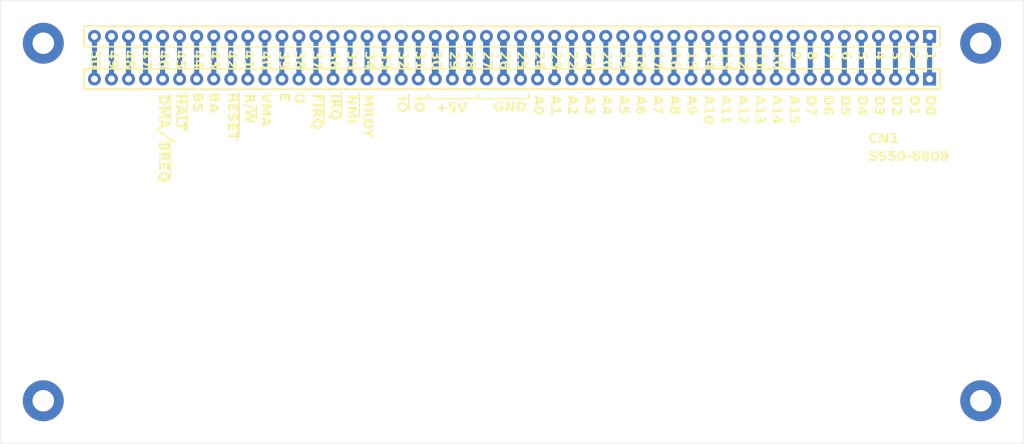
<source format=kicad_pcb>
(kicad_pcb (version 20240108) (generator "pcbnew") (generator_version "8.0")
  (layers (0 "F.Cu" signal "Top Layer") (31 "B.Cu" signal "Bottom Layer") (34 "B.Paste" user "Bottom Paste") (35 "F.Paste" user "Top Paste") (36 "B.SilkS" user "Bottom Overlay") (37 "F.SilkS" user "Top Overlay") (38 "B.Mask" user "Bottom Solder") (39 "F.Mask" user "Top Solder") (44 "Edge.Cuts" user))
  (net 0 "")
  (net 1 "+5V")
  (net 2 "A0")
  (net 3 "A1")
  (net 4 "A5")
  (net 5 "D0")
  (net 6 "D1")
  (net 7 "D2")
  (net 8 "D3")
  (net 9 "D4")
  (net 10 "D5")
  (net 11 "D6")
  (net 12 "D7")
  (net 13 "ECLK")
  (net 14 "GND")
  (net 15 "nIO")
  (net 16 "nIRQ")
  (net 17 "nRESET")
  (net 18 "R/nW")
  (net 19 "A2")
  (net 20 "A3")
  (net 21 "A4")
  (net 22 "A6")
  (net 23 "A7")
  (net 24 "nNMI")
  (footprint "" (layer "F.Cu") (at 78.6511 78.3336)
    (property "Reference" "" (at 0 0 0) (layer "F.SilkS") (effects (font (size 1.27 1.27))))
    (property "Value" "")
    (pad "1" thru_hole circle (at 0 0 180) (size 6.096 6.096) (drill 3.2) (layers "*.Cu" "*.Mask"))
  )
  (footprint "MP-IO_02.PcbLib:SIL50DUAL" (layer "F.Cu") (at 210.7311 77.3176 -90)
    (property "Reference" "CN1" (at 16.129 9.144 0) (layer "F.SilkS") (effects (font (size 1.44018 1.44018) (thickness 0.254) (bold yes)) (justify left bottom)))
    (property "Value" "SS50-6800" (hide yes))
    (fp_line (start -1.524 125.984) (end -1.524 -1.524) (stroke (width 0.254)) (layer "F.SilkS"))
    (fp_line (start 1.524 125.984) (end -1.524 125.984) (stroke (width 0.254)) (layer "F.SilkS"))
    (fp_line (start 1.524 125.984) (end 1.524 -1.524) (stroke (width 0.254)) (layer "F.SilkS"))
    (fp_line (start 4.826 125.984) (end 4.826 -1.524) (stroke (width 0.254)) (layer "F.SilkS"))
    (fp_line (start 7.874 125.984) (end 4.826 125.984) (stroke (width 0.254)) (layer "F.SilkS"))
    (fp_line (start 7.874 125.984) (end 7.874 -1.524) (stroke (width 0.254)) (layer "F.SilkS"))
    (fp_line (start 1.524 -1.524) (end -1.524 -1.524) (stroke (width 0.254)) (layer "F.SilkS"))
    (fp_line (start 7.874 -1.524) (end 4.826 -1.524) (stroke (width 0.254)) (layer "F.SilkS"))
    (pad "1" thru_hole rect (at 0 0 270) (size 1.9304 1.9304) (drill 1) (layers "*.Cu" "*.Mask") (net 5 "D0"))
    (pad "1" thru_hole rect (at 6.35 0 270) (size 1.9304 1.9304) (drill 1) (layers "*.Cu" "*.Mask") (net 5 "D0"))
    (pad "2" thru_hole circle (at 0 2.54 270) (size 1.9304 1.9304) (drill 1) (layers "*.Cu" "*.Mask") (net 6 "D1"))
    (pad "2" thru_hole circle (at 6.35 2.54 270) (size 1.9304 1.9304) (drill 1) (layers "*.Cu" "*.Mask") (net 6 "D1"))
    (pad "3" thru_hole circle (at 0 5.08 270) (size 1.9304 1.9304) (drill 1) (layers "*.Cu" "*.Mask") (net 7 "D2"))
    (pad "3" thru_hole circle (at 6.35 5.08 270) (size 1.9304 1.9304) (drill 1) (layers "*.Cu" "*.Mask") (net 7 "D2"))
    (pad "4" thru_hole circle (at 0 7.62 270) (size 1.9304 1.9304) (drill 1) (layers "*.Cu" "*.Mask") (net 8 "D3"))
    (pad "4" thru_hole circle (at 6.35 7.62 270) (size 1.9304 1.9304) (drill 1) (layers "*.Cu" "*.Mask") (net 8 "D3"))
    (pad "5" thru_hole circle (at 0 10.16 270) (size 1.9304 1.9304) (drill 1) (layers "*.Cu" "*.Mask") (net 9 "D4"))
    (pad "5" thru_hole circle (at 6.35 10.16 270) (size 1.9304 1.9304) (drill 1) (layers "*.Cu" "*.Mask") (net 9 "D4"))
    (pad "6" thru_hole circle (at 0 12.7 270) (size 1.9304 1.9304) (drill 1) (layers "*.Cu" "*.Mask") (net 10 "D5"))
    (pad "6" thru_hole circle (at 6.35 12.7 270) (size 1.9304 1.9304) (drill 1) (layers "*.Cu" "*.Mask") (net 10 "D5"))
    (pad "7" thru_hole circle (at 0 15.24 270) (size 1.9304 1.9304) (drill 1) (layers "*.Cu" "*.Mask") (net 11 "D6"))
    (pad "7" thru_hole circle (at 6.35 15.24 270) (size 1.9304 1.9304) (drill 1) (layers "*.Cu" "*.Mask") (net 11 "D6"))
    (pad "8" thru_hole circle (at 0 17.78 270) (size 1.9304 1.9304) (drill 1) (layers "*.Cu" "*.Mask") (net 12 "D7"))
    (pad "8" thru_hole circle (at 6.35 17.78 270) (size 1.9304 1.9304) (drill 1) (layers "*.Cu" "*.Mask") (net 12 "D7"))
    (pad "9" thru_hole circle (at 0 20.32 270) (size 1.9304 1.9304) (drill 1) (layers "*.Cu" "*.Mask"))
    (pad "9" thru_hole circle (at 6.35 20.32 270) (size 1.9304 1.9304) (drill 1) (layers "*.Cu" "*.Mask"))
    (pad "10" thru_hole circle (at 0 22.86 270) (size 1.9304 1.9304) (drill 1) (layers "*.Cu" "*.Mask"))
    (pad "10" thru_hole circle (at 6.35 22.86 270) (size 1.9304 1.9304) (drill 1) (layers "*.Cu" "*.Mask"))
    (pad "11" thru_hole circle (at 0 25.4 270) (size 1.9304 1.9304) (drill 1) (layers "*.Cu" "*.Mask"))
    (pad "11" thru_hole circle (at 6.35 25.4 270) (size 1.9304 1.9304) (drill 1) (layers "*.Cu" "*.Mask"))
    (pad "12" thru_hole circle (at 0 27.94 270) (size 1.9304 1.9304) (drill 1) (layers "*.Cu" "*.Mask"))
    (pad "12" thru_hole circle (at 6.35 27.94 270) (size 1.9304 1.9304) (drill 1) (layers "*.Cu" "*.Mask"))
    (pad "13" thru_hole circle (at 0 30.48 270) (size 1.9304 1.9304) (drill 1) (layers "*.Cu" "*.Mask"))
    (pad "13" thru_hole circle (at 6.35 30.48 270) (size 1.9304 1.9304) (drill 1) (layers "*.Cu" "*.Mask"))
    (pad "14" thru_hole circle (at 0 33.02 270) (size 1.9304 1.9304) (drill 1) (layers "*.Cu" "*.Mask"))
    (pad "14" thru_hole circle (at 6.35 33.02 270) (size 1.9304 1.9304) (drill 1) (layers "*.Cu" "*.Mask"))
    (pad "15" thru_hole circle (at 0 35.56 270) (size 1.9304 1.9304) (drill 1) (layers "*.Cu" "*.Mask"))
    (pad "15" thru_hole circle (at 6.35 35.56 270) (size 1.9304 1.9304) (drill 1) (layers "*.Cu" "*.Mask"))
    (pad "16" thru_hole circle (at 0 38.1 270) (size 1.9304 1.9304) (drill 1) (layers "*.Cu" "*.Mask"))
    (pad "16" thru_hole circle (at 6.35 38.1 270) (size 1.9304 1.9304) (drill 1) (layers "*.Cu" "*.Mask"))
    (pad "17" thru_hole circle (at 0 40.64 270) (size 1.9304 1.9304) (drill 1) (layers "*.Cu" "*.Mask") (net 23 "A7"))
    (pad "17" thru_hole circle (at 6.35 40.64 270) (size 1.9304 1.9304) (drill 1) (layers "*.Cu" "*.Mask") (net 23 "A7"))
    (pad "18" thru_hole circle (at 0 43.18 270) (size 1.9304 1.9304) (drill 1) (layers "*.Cu" "*.Mask") (net 22 "A6"))
    (pad "18" thru_hole circle (at 6.35 43.18 270) (size 1.9304 1.9304) (drill 1) (layers "*.Cu" "*.Mask") (net 22 "A6"))
    (pad "19" thru_hole circle (at 0 45.72 270) (size 1.9304 1.9304) (drill 1) (layers "*.Cu" "*.Mask") (net 4 "A5"))
    (pad "19" thru_hole circle (at 6.35 45.72 270) (size 1.9304 1.9304) (drill 1) (layers "*.Cu" "*.Mask") (net 4 "A5"))
    (pad "20" thru_hole circle (at 0 48.26 270) (size 1.9304 1.9304) (drill 1) (layers "*.Cu" "*.Mask") (net 21 "A4"))
    (pad "20" thru_hole circle (at 6.35 48.26 270) (size 1.9304 1.9304) (drill 1) (layers "*.Cu" "*.Mask") (net 21 "A4"))
    (pad "21" thru_hole circle (at 0 50.8 270) (size 1.9304 1.9304) (drill 1) (layers "*.Cu" "*.Mask") (net 20 "A3"))
    (pad "21" thru_hole circle (at 6.35 50.8 270) (size 1.9304 1.9304) (drill 1) (layers "*.Cu" "*.Mask") (net 20 "A3"))
    (pad "22" thru_hole circle (at 0 53.34 270) (size 1.9304 1.9304) (drill 1) (layers "*.Cu" "*.Mask") (net 19 "A2"))
    (pad "22" thru_hole circle (at 6.35 53.34 270) (size 1.9304 1.9304) (drill 1) (layers "*.Cu" "*.Mask") (net 19 "A2"))
    (pad "23" thru_hole circle (at 0 55.88 270) (size 1.9304 1.9304) (drill 1) (layers "*.Cu" "*.Mask") (net 3 "A1"))
    (pad "23" thru_hole circle (at 6.35 55.88 270) (size 1.9304 1.9304) (drill 1) (layers "*.Cu" "*.Mask") (net 3 "A1"))
    (pad "24" thru_hole circle (at 0 58.42 270) (size 1.9304 1.9304) (drill 1) (layers "*.Cu" "*.Mask") (net 2 "A0"))
    (pad "24" thru_hole circle (at 6.35 58.42 270) (size 1.9304 1.9304) (drill 1) (layers "*.Cu" "*.Mask") (net 2 "A0"))
    (pad "25" thru_hole circle (at 0 60.96 270) (size 1.9304 1.9304) (drill 1) (layers "*.Cu" "*.Mask") (net 14 "GND"))
    (pad "25" thru_hole circle (at 6.35 60.96 270) (size 1.9304 1.9304) (drill 1) (layers "*.Cu" "*.Mask") (net 14 "GND"))
    (pad "26" thru_hole circle (at 0 63.5 270) (size 1.9304 1.9304) (drill 1) (layers "*.Cu" "*.Mask") (net 14 "GND"))
    (pad "26" thru_hole circle (at 6.35 63.5 270) (size 1.9304 1.9304) (drill 1) (layers "*.Cu" "*.Mask") (net 14 "GND"))
    (pad "27" thru_hole circle (at 0 66.04 270) (size 1.9304 1.9304) (drill 1) (layers "*.Cu" "*.Mask") (net 14 "GND"))
    (pad "27" thru_hole circle (at 6.35 66.04 270) (size 1.9304 1.9304) (drill 1) (layers "*.Cu" "*.Mask") (net 14 "GND"))
    (pad "28" thru_hole circle (at 0 68.58 270) (size 1.9304 1.9304) (drill 1) (layers "*.Cu" "*.Mask") (net 1 "+5V"))
    (pad "28" thru_hole circle (at 6.35 68.58 270) (size 1.9304 1.9304) (drill 1) (layers "*.Cu" "*.Mask") (net 1 "+5V"))
    (pad "29" thru_hole circle (at 0 71.12 270) (size 1.9304 1.9304) (drill 1) (layers "*.Cu" "*.Mask") (net 1 "+5V"))
    (pad "29" thru_hole circle (at 6.35 71.12 270) (size 1.9304 1.9304) (drill 1) (layers "*.Cu" "*.Mask") (net 1 "+5V"))
    (pad "30" thru_hole circle (at 0 73.66 270) (size 1.9304 1.9304) (drill 1) (layers "*.Cu" "*.Mask") (net 1 "+5V"))
    (pad "30" thru_hole circle (at 6.35 73.66 270) (size 1.9304 1.9304) (drill 1) (layers "*.Cu" "*.Mask") (net 1 "+5V"))
    (pad "31" thru_hole circle (at 0 76.2 270) (size 1.9304 1.9304) (drill 1) (layers "*.Cu" "*.Mask"))
    (pad "31" thru_hole circle (at 6.35 76.2 270) (size 1.9304 1.9304) (drill 1) (layers "*.Cu" "*.Mask"))
    (pad "32" thru_hole circle (at 0 78.74 270) (size 1.9304 1.9304) (drill 1) (layers "*.Cu" "*.Mask") (net 15 "nIO"))
    (pad "32" thru_hole circle (at 6.35 78.74 270) (size 1.9304 1.9304) (drill 1) (layers "*.Cu" "*.Mask") (net 15 "nIO"))
    (pad "33" thru_hole circle (at 0 81.28 270) (size 1.9304 1.9304) (drill 1) (layers "*.Cu" "*.Mask"))
    (pad "33" thru_hole circle (at 6.35 81.28 270) (size 1.9304 1.9304) (drill 1) (layers "*.Cu" "*.Mask"))
    (pad "34" thru_hole circle (at 0 83.82 270) (size 1.9304 1.9304) (drill 1) (layers "*.Cu" "*.Mask"))
    (pad "34" thru_hole circle (at 6.35 83.82 270) (size 1.9304 1.9304) (drill 1) (layers "*.Cu" "*.Mask"))
    (pad "35" thru_hole circle (at 0 86.36 270) (size 1.9304 1.9304) (drill 1) (layers "*.Cu" "*.Mask") (net 24 "nNMI"))
    (pad "35" thru_hole circle (at 6.35 86.36 270) (size 1.9304 1.9304) (drill 1) (layers "*.Cu" "*.Mask") (net 24 "nNMI"))
    (pad "36" thru_hole circle (at 0 88.9 270) (size 1.9304 1.9304) (drill 1) (layers "*.Cu" "*.Mask") (net 16 "nIRQ"))
    (pad "36" thru_hole circle (at 6.35 88.9 270) (size 1.9304 1.9304) (drill 1) (layers "*.Cu" "*.Mask") (net 16 "nIRQ"))
    (pad "37" thru_hole circle (at 0 91.44 270) (size 1.9304 1.9304) (drill 1) (layers "*.Cu" "*.Mask"))
    (pad "37" thru_hole circle (at 6.35 91.44 270) (size 1.9304 1.9304) (drill 1) (layers "*.Cu" "*.Mask"))
    (pad "38" thru_hole circle (at 0 93.98 270) (size 1.9304 1.9304) (drill 1) (layers "*.Cu" "*.Mask"))
    (pad "38" thru_hole circle (at 6.35 93.98 270) (size 1.9304 1.9304) (drill 1) (layers "*.Cu" "*.Mask"))
    (pad "39" thru_hole circle (at 0 96.52 270) (size 1.9304 1.9304) (drill 1) (layers "*.Cu" "*.Mask") (net 13 "ECLK"))
    (pad "39" thru_hole circle (at 6.35 96.52 270) (size 1.9304 1.9304) (drill 1) (layers "*.Cu" "*.Mask") (net 13 "ECLK"))
    (pad "40" thru_hole circle (at 0 99.06 270) (size 1.9304 1.9304) (drill 1) (layers "*.Cu" "*.Mask"))
    (pad "40" thru_hole circle (at 6.35 99.06 270) (size 1.9304 1.9304) (drill 1) (layers "*.Cu" "*.Mask"))
    (pad "41" thru_hole circle (at 0 101.6 270) (size 1.9304 1.9304) (drill 1) (layers "*.Cu" "*.Mask") (net 18 "R/nW"))
    (pad "41" thru_hole circle (at 6.35 101.6 270) (size 1.9304 1.9304) (drill 1) (layers "*.Cu" "*.Mask") (net 18 "R/nW"))
    (pad "42" thru_hole circle (at 0 104.14 270) (size 1.9304 1.9304) (drill 1) (layers "*.Cu" "*.Mask") (net 17 "nRESET"))
    (pad "42" thru_hole circle (at 6.35 104.14 270) (size 1.9304 1.9304) (drill 1) (layers "*.Cu" "*.Mask") (net 17 "nRESET"))
    (pad "43" thru_hole circle (at 0 106.68 270) (size 1.9304 1.9304) (drill 1) (layers "*.Cu" "*.Mask"))
    (pad "43" thru_hole circle (at 6.35 106.68 270) (size 1.9304 1.9304) (drill 1) (layers "*.Cu" "*.Mask"))
    (pad "44" thru_hole circle (at 0 109.22 270) (size 1.9304 1.9304) (drill 1) (layers "*.Cu" "*.Mask"))
    (pad "44" thru_hole circle (at 6.35 109.22 270) (size 1.9304 1.9304) (drill 1) (layers "*.Cu" "*.Mask"))
    (pad "45" thru_hole circle (at 0 111.76 270) (size 1.9304 1.9304) (drill 1) (layers "*.Cu" "*.Mask"))
    (pad "45" thru_hole circle (at 6.35 111.76 270) (size 1.9304 1.9304) (drill 1) (layers "*.Cu" "*.Mask"))
    (pad "46" thru_hole circle (at 0 114.3 270) (size 1.9304 1.9304) (drill 1) (layers "*.Cu" "*.Mask"))
    (pad "46" thru_hole circle (at 6.35 114.3 270) (size 1.9304 1.9304) (drill 1) (layers "*.Cu" "*.Mask"))
    (pad "47" thru_hole circle (at 0 116.84 270) (size 1.9304 1.9304) (drill 1) (layers "*.Cu" "*.Mask"))
    (pad "47" thru_hole circle (at 6.35 116.84 270) (size 1.9304 1.9304) (drill 1) (layers "*.Cu" "*.Mask"))
    (pad "48" thru_hole circle (at 0 119.38 270) (size 1.9304 1.9304) (drill 1) (layers "*.Cu" "*.Mask"))
    (pad "48" thru_hole circle (at 6.35 119.38 270) (size 1.9304 1.9304) (drill 1) (layers "*.Cu" "*.Mask"))
    (pad "49" thru_hole circle (at 0 121.92 270) (size 1.9304 1.9304) (drill 1) (layers "*.Cu" "*.Mask"))
    (pad "49" thru_hole circle (at 6.35 121.92 270) (size 1.9304 1.9304) (drill 1) (layers "*.Cu" "*.Mask"))
    (pad "50" thru_hole circle (at 0 124.46 270) (size 1.9304 1.9304) (drill 1) (layers "*.Cu" "*.Mask"))
    (pad "50" thru_hole circle (at 6.35 124.46 270) (size 1.9304 1.9304) (drill 1) (layers "*.Cu" "*.Mask"))
  )
  (footprint "" (layer "F.Cu") (at 218.3511 131.6736)
    (property "Reference" "" (at 0 0 0) (layer "F.SilkS") (effects (font (size 1.27 1.27))))
    (property "Value" "")
    (pad "1" thru_hole circle (at 0 0 90) (size 6.096 6.096) (drill 3.2) (layers "*.Cu" "*.Mask"))
  )
  (footprint "" (layer "F.Cu") (at 218.3511 78.3336)
    (property "Reference" "" (at 0 0 0) (layer "F.SilkS") (effects (font (size 1.27 1.27))))
    (property "Value" "")
    (pad "1" thru_hole circle (at 0 0 180) (size 6.096 6.096) (drill 3.2) (layers "*.Cu" "*.Mask"))
  )
  (footprint "" (layer "F.Cu") (at 78.6511 131.6736)
    (property "Reference" "" (at 0 0 0) (layer "F.SilkS") (effects (font (size 1.27 1.27))))
    (property "Value" "")
    (pad "1" thru_hole circle (at 0 0) (size 6.096 6.096) (drill 3.2) (layers "*.Cu" "*.Mask"))
  )
  (gr_line (start 101.5111 83.6676) (end 101.5111 77.3176) (stroke (width 0.762)) (layer "B.Cu"))
  (gr_line (start 172.6311 83.6676) (end 172.6311 77.3176) (stroke (width 0.762)) (layer "B.Cu"))
  (gr_line (start 93.8911 83.6676) (end 93.8911 77.3176) (stroke (width 0.762)) (layer "B.Cu"))
  (gr_line (start 126.9111 83.6676) (end 126.9111 77.3176) (stroke (width 0.762)) (layer "B.Cu"))
  (gr_line (start 180.2511 83.6676) (end 180.2511 77.3176) (stroke (width 0.762)) (layer "B.Cu"))
  (gr_line (start 88.8111 83.6676) (end 88.8111 77.3176) (stroke (width 0.762)) (layer "B.Cu"))
  (gr_line (start 129.4511 83.6676) (end 129.4511 77.3176) (stroke (width 0.762)) (layer "B.Cu"))
  (gr_line (start 111.6711 83.6676) (end 111.6711 77.3176) (stroke (width 0.762)) (layer "B.Cu"))
  (gr_line (start 98.9711 83.6676) (end 98.9711 77.3176) (stroke (width 0.762)) (layer "B.Cu"))
  (gr_line (start 187.8711 83.6676) (end 187.8711 77.3176) (stroke (width 0.762)) (layer "B.Cu"))
  (gr_line (start 96.4311 83.6676) (end 96.4311 77.3176) (stroke (width 0.762)) (layer "B.Cu"))
  (gr_line (start 134.5311 83.6676) (end 134.5311 77.3176) (stroke (width 0.762)) (layer "B.Cu"))
  (gr_line (start 116.7511 83.6676) (end 116.7511 77.3176) (stroke (width 0.762)) (layer "B.Cu"))
  (gr_line (start 91.3511 83.6676) (end 91.3511 77.3176) (stroke (width 0.762)) (layer "B.Cu"))
  (gr_line (start 175.1711 83.6676) (end 175.1711 77.3176) (stroke (width 0.762)) (layer "B.Cu"))
  (gr_line (start 190.4111 83.6676) (end 190.4111 77.3176) (stroke (width 0.762)) (layer "B.Cu"))
  (gr_line (start 182.7911 83.6676) (end 182.7911 77.3176) (stroke (width 0.762)) (layer "B.Cu"))
  (gr_line (start 185.3311 83.6676) (end 185.3311 77.3176) (stroke (width 0.762)) (layer "B.Cu"))
  (gr_line (start 119.2911 83.6676) (end 119.2911 77.3176) (stroke (width 0.762)) (layer "B.Cu"))
  (gr_line (start 104.0511 83.6676) (end 104.0511 77.3176) (stroke (width 0.762)) (layer "B.Cu"))
  (gr_line (start 86.2711 83.6676) (end 86.2711 77.3176) (stroke (width 0.762)) (layer "B.Cu"))
  (gr_line (start 177.7111 83.6676) (end 177.7111 77.3176) (stroke (width 0.762)) (layer "B.Cu"))
  (gr_line (start 97.5741 90.5256) (end 97.5741 85.9536) (stroke (width 0.254)) (layer "F.SilkS"))
  (gr_line (start 143.4211 86.5886) (end 151.0411 86.5886) (stroke (width 0.2032)) (layer "F.SilkS"))
  (gr_line (start 100.1141 91.5416) (end 100.1141 85.8266) (stroke (width 0.254)) (layer "F.SilkS"))
  (gr_line (start 107.8611 92.3036) (end 107.8611 85.6996) (stroke (width 0.2032)) (layer "F.SilkS"))
  (gr_line (start 143.4211 86.5886) (end 143.4211 85.9536) (stroke (width 0.2032)) (layer "F.SilkS"))
  (gr_line (start 97.5741 98.6536) (end 97.5741 92.8116) (stroke (width 0.254)) (layer "F.SilkS"))
  (gr_line (start 135.8011 86.5886) (end 135.8011 85.9536) (stroke (width 0.2032)) (layer "F.SilkS"))
  (gr_line (start 135.8011 86.5886) (end 143.4211 86.5886) (stroke (width 0.2032)) (layer "F.SilkS"))
  (gr_line (start 151.0411 86.5886) (end 151.0411 85.9536) (stroke (width 0.2032)) (layer "F.SilkS"))
  (gr_line (start 123.1011 89.3826) (end 123.1011 85.6996) (stroke (width 0.2032)) (layer "F.SilkS"))
  (gr_line (start 133.1341 88.2396) (end 133.1341 85.9536) (stroke (width 0.2032)) (layer "F.SilkS"))
  (gr_line (start 120.4341 90.3986) (end 120.4341 85.9536) (stroke (width 0.254)) (layer "F.SilkS"))
  (gr_line (start 110.4011 89.6366) (end 110.4011 87.7316) (stroke (width 0.2032)) (layer "F.SilkS"))
  (gr_line (start 125.7681 89.5096) (end 125.7681 85.8266) (stroke (width 0.2032)) (layer "F.SilkS"))
  (gr_line (start 72.3011 71.9836) (end 224.7011 71.9836) (stroke (width 0.05)) (layer "Edge.Cuts"))
  (gr_line (start 224.7011 138.0236) (end 72.3011 138.0236) (stroke (width 0.05)) (layer "Edge.Cuts"))
  (gr_line (start 72.3011 138.0236) (end 72.3011 71.9836) (stroke (width 0.05)) (layer "Edge.Cuts"))
  (gr_line (start 224.7011 71.9836) (end 224.7011 138.0236) (stroke (width 0.05)) (layer "Edge.Cuts"))
  (gr_text "16" (at 171.8691 79.4766 270) (layer "F.SilkS") (effects (font (size 1.44018 1.44018) (thickness 0.254) (bold yes)) (justify left bottom)))
  (gr_text "D7" (at 192.1891 86.0806 270) (layer "F.SilkS") (effects (font (size 1.44018 1.44018) (thickness 0.254) (bold yes)) (justify left bottom)))
  (gr_text "19" (at 164.3761 79.4766 270) (layer "F.SilkS") (effects (font (size 1.44018 1.44018) (thickness 0.254) (bold yes)) (justify left bottom)))
  (gr_text "47" (at 93.1291 79.3496 270) (layer "F.SilkS") (effects (font (size 1.44018 1.44018) (thickness 0.254) (bold yes)) (justify left bottom)))
  (gr_text "IO" (at 133.7691 86.2076 270) (layer "F.SilkS") (effects (font (size 1.44018 1.44018) (thickness 0.254) (bold yes)) (justify left bottom)))
  (gr_text "D1" (at 207.5561 86.0806 270) (layer "F.SilkS") (effects (font (size 1.44018 1.44018) (thickness 0.254) (bold yes)) (justify left bottom)))
  (gr_text "A15" (at 189.6491 86.0806 270) (layer "F.SilkS") (effects (font (size 1.44018 1.44018) (thickness 0.254) (bold yes)) (justify left bottom)))
  (gr_text "A12" (at 182.0291 86.0806 270) (layer "F.SilkS") (effects (font (size 1.44018 1.44018) (thickness 0.254) (bold yes)) (justify left bottom)))
  (gr_text "A3" (at 159.1691 86.0806 270) (layer "F.SilkS") (effects (font (size 1.44018 1.44018) (thickness 0.254) (bold yes)) (justify left bottom)))
  (gr_text "31" (at 133.8961 79.4766 270) (layer "F.SilkS") (effects (font (size 1.44018 1.44018) (thickness 0.254) (bold yes)) (justify left bottom)))
  (gr_text "BS" (at 100.7491 85.6996 270) (layer "F.SilkS") (effects (font (size 1.44018 1.44018) (thickness 0.254) (bold yes)) (justify left bottom)))
  (gr_text "SS50-6809" (at 201.5871 96.1136 360) (layer "F.SilkS") (effects (font (size 1.44018 1.44018) (thickness 0.254) (bold yes)) (justify left bottom)))
  (gr_text "25" (at 149.0091 79.4766 270) (layer "F.SilkS") (effects (font (size 1.44018 1.44018) (thickness 0.254) (bold yes)) (justify left bottom)))
  (gr_text "A8" (at 171.8691 86.0806 270) (layer "F.SilkS") (effects (font (size 1.44018 1.44018) (thickness 0.254) (bold yes)) (justify left bottom)))
  (gr_text "A2" (at 156.6291 86.0806 270) (layer "F.SilkS") (effects (font (size 1.44018 1.44018) (thickness 0.254) (bold yes)) (justify left bottom)))
  (gr_text "A4" (at 161.7091 86.0806 270) (layer "F.SilkS") (effects (font (size 1.44018 1.44018) (thickness 0.254) (bold yes)) (justify left bottom)))
  (gr_text "D6" (at 194.7291 86.0806 270) (layer "F.SilkS") (effects (font (size 1.44018 1.44018) (thickness 0.254) (bold yes)) (justify left bottom)))
  (gr_text "27" (at 143.9291 79.4766 270) (layer "F.SilkS") (effects (font (size 1.44018 1.44018) (thickness 0.254) (bold yes)) (justify left bottom)))
  (gr_text "36" (at 121.0691 79.4766 270) (layer "F.SilkS") (effects (font (size 1.44018 1.44018) (thickness 0.254) (bold yes)) (justify left bottom)))
  (gr_text "44" (at 100.8761 79.3496 270) (layer "F.SilkS") (effects (font (size 1.44018 1.44018) (thickness 0.254) (bold yes)) (justify left bottom)))
  (gr_text "MRDY" (at 126.1491 85.9536 270) (layer "F.SilkS") (effects (font (size 1.44018 1.44018) (thickness 0.254) (bold yes)) (justify left bottom)))
  (gr_text "32" (at 131.3561 79.4766 270) (layer "F.SilkS") (effects (font (size 1.44018 1.44018) (thickness 0.254) (bold yes)) (justify left bottom)))
  (gr_text "NMI" (at 123.7361 85.9536 270) (layer "F.SilkS") (effects (font (size 1.44018 1.44018) (thickness 0.254) (bold yes)) (justify left bottom)))
  (gr_text "9" (at 189.9031 79.4766 270) (layer "F.SilkS") (effects (font (size 1.44018 1.44018) (thickness 0.254) (bold yes)) (justify left bottom)))
  (gr_text "FIRQ" (at 118.5291 85.8266 270) (layer "F.SilkS") (effects (font (size 1.44018 1.44018) (thickness 0.254) (bold yes)) (justify left bottom)))
  (gr_text "35" (at 123.7361 79.4766 270) (layer "F.SilkS") (effects (font (size 1.44018 1.44018) (thickness 0.254) (bold yes)) (justify left bottom)))
  (gr_text "4" (at 202.4761 79.4766 270) (layer "F.SilkS") (effects (font (size 1.44018 1.44018) (thickness 0.254) (bold yes)) (justify left bottom)))
  (gr_text "GND" (at 145.7071 88.7476 360) (layer "F.SilkS") (effects (font (size 1.44018 1.44018) (thickness 0.254) (bold yes)) (justify left bottom)))
  (gr_text "BA" (at 103.1621 85.6996 270) (layer "F.SilkS") (effects (font (size 1.44018 1.44018) (thickness 0.254) (bold yes)) (justify left bottom)))
  (gr_text "D5" (at 197.2691 86.0806 270) (layer "F.SilkS") (effects (font (size 1.44018 1.44018) (thickness 0.254) (bold yes)) (justify left bottom)))
  (gr_text "Q" (at 115.9891 85.6996 270) (layer "F.SilkS") (effects (font (size 1.44018 1.44018) (thickness 0.254) (bold yes)) (justify left bottom)))
  (gr_text "40" (at 110.9091 79.4766 270) (layer "F.SilkS") (effects (font (size 1.44018 1.44018) (thickness 0.254) (bold yes)) (justify left bottom)))
  (gr_text "8" (at 192.3161 79.4766 270) (layer "F.SilkS") (effects (font (size 1.44018 1.44018) (thickness 0.254) (bold yes)) (justify left bottom)))
  (gr_text "A11" (at 179.4891 86.0806 270) (layer "F.SilkS") (effects (font (size 1.44018 1.44018) (thickness 0.254) (bold yes)) (justify left bottom)))
  (gr_text "37" (at 118.5291 79.4766 270) (layer "F.SilkS") (effects (font (size 1.44018 1.44018) (thickness 0.254) (bold yes)) (justify left bottom)))
  (gr_text "6" (at 197.3961 79.4766 270) (layer "F.SilkS") (effects (font (size 1.44018 1.44018) (thickness 0.254) (bold yes)) (justify left bottom)))
  (gr_text "43" (at 103.2891 79.3496 270) (layer "F.SilkS") (effects (font (size 1.44018 1.44018) (thickness 0.254) (bold yes)) (justify left bottom)))
  (gr_text "12" (at 182.0291 79.4766 270) (layer "F.SilkS") (effects (font (size 1.44018 1.44018) (thickness 0.254) (bold yes)) (justify left bottom)))
  (gr_text "11" (at 184.5691 79.4766 270) (layer "F.SilkS") (effects (font (size 1.44018 1.44018) (thickness 0.254) (bold yes)) (justify left bottom)))
  (gr_text "13" (at 179.4891 79.4766 270) (layer "F.SilkS") (effects (font (size 1.44018 1.44018) (thickness 0.254) (bold yes)) (justify left bottom)))
  (gr_text "17" (at 169.3291 79.4766 270) (layer "F.SilkS") (effects (font (size 1.44018 1.44018) (thickness 0.254) (bold yes)) (justify left bottom)))
  (gr_text "42" (at 105.8291 79.3496 270) (layer "F.SilkS") (effects (font (size 1.44018 1.44018) (thickness 0.254) (bold yes)) (justify left bottom)))
  (gr_text "28" (at 141.3891 79.4766 270) (layer "F.SilkS") (effects (font (size 1.44018 1.44018) (thickness 0.254) (bold yes)) (justify left bottom)))
  (gr_text "46" (at 95.6691 79.3496 270) (layer "F.SilkS") (effects (font (size 1.44018 1.44018) (thickness 0.254) (bold yes)) (justify left bottom)))
  (gr_text "VMA" (at 110.9091 85.6996 270) (layer "F.SilkS") (effects (font (size 1.44018 1.44018) (thickness 0.254) (bold yes)) (justify left bottom)))
  (gr_text "33" (at 128.8161 79.4766 270) (layer "F.SilkS") (effects (font (size 1.44018 1.44018) (thickness 0.254) (bold yes)) (justify left bottom)))
  (gr_text "15" (at 174.4091 79.4766 270) (layer "F.SilkS") (effects (font (size 1.44018 1.44018) (thickness 0.254) (bold yes)) (justify left bottom)))
  (gr_text "3" (at 204.8891 79.4766 270) (layer "F.SilkS") (effects (font (size 1.44018 1.44018) (thickness 0.254) (bold yes)) (justify left bottom)))
  (gr_text "10" (at 187.2361 79.4766 270) (layer "F.SilkS") (effects (font (size 1.44018 1.44018) (thickness 0.254) (bold yes)) (justify left bottom)))
  (gr_text "D2" (at 204.8891 86.0806 270) (layer "F.SilkS") (effects (font (size 1.44018 1.44018) (thickness 0.254) (bold yes)) (justify left bottom)))
  (gr_text "1" (at 209.9691 79.4766 270) (layer "F.SilkS") (effects (font (size 1.44018 1.44018) (thickness 0.254) (bold yes)) (justify left bottom)))
  (gr_text "29" (at 138.9761 79.4766 270) (layer "F.SilkS") (effects (font (size 1.44018 1.44018) (thickness 0.254) (bold yes)) (justify left bottom)))
  (gr_text "D0" (at 209.9691 86.0806 270) (layer "F.SilkS") (effects (font (size 1.44018 1.44018) (thickness 0.254) (bold yes)) (justify left bottom)))
  (gr_text "38" (at 115.9891 79.4766 270) (layer "F.SilkS") (effects (font (size 1.44018 1.44018) (thickness 0.254) (bold yes)) (justify left bottom)))
  (gr_text "A9" (at 174.4091 86.0806 270) (layer "F.SilkS") (effects (font (size 1.44018 1.44018) (thickness 0.254) (bold yes)) (justify left bottom)))
  (gr_text "48" (at 90.5891 79.3496 270) (layer "F.SilkS") (effects (font (size 1.44018 1.44018) (thickness 0.254) (bold yes)) (justify left bottom)))
  (gr_text "A6" (at 166.7891 86.0806 270) (layer "F.SilkS") (effects (font (size 1.44018 1.44018) (thickness 0.254) (bold yes)) (justify left bottom)))
  (gr_text "50" (at 85.5091 79.3496 270) (layer "F.SilkS") (effects (font (size 1.44018 1.44018) (thickness 0.254) (bold yes)) (justify left bottom)))
  (gr_text "2" (at 207.4291 79.4766 270) (layer "F.SilkS") (effects (font (size 1.44018 1.44018) (thickness 0.254) (bold yes)) (justify left bottom)))
  (gr_text "30" (at 136.3091 79.4766 270) (layer "F.SilkS") (effects (font (size 1.44018 1.44018) (thickness 0.254) (bold yes)) (justify left bottom)))
  (gr_text "26" (at 146.4691 79.4766 270) (layer "F.SilkS") (effects (font (size 1.44018 1.44018) (thickness 0.254) (bold yes)) (justify left bottom)))
  (gr_text "5" (at 199.8091 79.4766 270) (layer "F.SilkS") (effects (font (size 1.44018 1.44018) (thickness 0.254) (bold yes)) (justify left bottom)))
  (gr_text "A10" (at 176.9491 86.0806 270) (layer "F.SilkS") (effects (font (size 1.44018 1.44018) (thickness 0.254) (bold yes)) (justify left bottom)))
  (gr_text "14" (at 177.0761 79.4766 270) (layer "F.SilkS") (effects (font (size 1.44018 1.44018) (thickness 0.254) (bold yes)) (justify left bottom)))
  (gr_text "A14" (at 187.1091 86.0806 270) (layer "F.SilkS") (effects (font (size 1.44018 1.44018) (thickness 0.254) (bold yes)) (justify left bottom)))
  (gr_text "BREQ" (at 95.6691 92.9386 270) (layer "F.SilkS") (effects (font (size 1.44018 1.44018) (thickness 0.254) (bold yes)) (justify left bottom)))
  (gr_text "E" (at 113.7031 85.6996 270) (layer "F.SilkS") (effects (font (size 1.44018 1.44018) (thickness 0.254) (bold yes)) (justify left bottom)))
  (gr_text "22" (at 156.6291 79.4766 270) (layer "F.SilkS") (effects (font (size 1.44018 1.44018) (thickness 0.254) (bold yes)) (justify left bottom)))
  (gr_text "HALT" (at 98.2091 85.8266 270) (layer "F.SilkS") (effects (font (size 1.44018 1.44018) (thickness 0.254) (bold yes)) (justify left bottom)))
  (gr_text "20" (at 161.7091 79.4766 270) (layer "F.SilkS") (effects (font (size 1.44018 1.44018) (thickness 0.254) (bold yes)) (justify left bottom)))
  (gr_text "7" (at 194.8561 79.4766 270) (layer "F.SilkS") (effects (font (size 1.44018 1.44018) (thickness 0.254) (bold yes)) (justify left bottom)))
  (gr_text "A0" (at 151.5491 86.0806 270) (layer "F.SilkS") (effects (font (size 1.44018 1.44018) (thickness 0.254) (bold yes)) (justify left bottom)))
  (gr_text "21" (at 159.1691 79.4766 270) (layer "F.SilkS") (effects (font (size 1.44018 1.44018) (thickness 0.254) (bold yes)) (justify left bottom)))
  (gr_text "D3" (at 202.3491 86.0806 270) (layer "F.SilkS") (effects (font (size 1.44018 1.44018) (thickness 0.254) (bold yes)) (justify left bottom)))
  (gr_text "DMA" (at 95.6691 85.9536 270) (layer "F.SilkS") (effects (font (size 1.44018 1.44018) (thickness 0.254) (bold yes)) (justify left bottom)))
  (gr_text "A7" (at 169.3291 86.0806 270) (layer "F.SilkS") (effects (font (size 1.44018 1.44018) (thickness 0.254) (bold yes)) (justify left bottom)))
  (gr_text "49" (at 88.1761 79.3496 270) (layer "F.SilkS") (effects (font (size 1.44018 1.44018) (thickness 0.254) (bold yes)) (justify left bottom)))
  (gr_text "+5V" (at 137.1981 88.8746 360) (layer "F.SilkS") (effects (font (size 1.44018 1.44018) (thickness 0.254) (bold yes)) (justify left bottom)))
  (gr_text "18" (at 166.7891 79.4766 270) (layer "F.SilkS") (effects (font (size 1.44018 1.44018) (thickness 0.254) (bold yes)) (justify left bottom)))
  (gr_text "IRQ" (at 121.1961 85.8266 270) (layer "F.SilkS") (effects (font (size 1.44018 1.44018) (thickness 0.254) (bold yes)) (justify left bottom)))
  (gr_text "23" (at 154.0891 79.4766 270) (layer "F.SilkS") (effects (font (size 1.44018 1.44018) (thickness 0.254) (bold yes)) (justify left bottom)))
  (gr_text "34" (at 126.4031 79.4766 270) (layer "F.SilkS") (effects (font (size 1.44018 1.44018) (thickness 0.254) (bold yes)) (justify left bottom)))
  (gr_text "24" (at 151.6761 79.4766 270) (layer "F.SilkS") (effects (font (size 1.44018 1.44018) (thickness 0.254) (bold yes)) (justify left bottom)))
  (gr_text "A13" (at 184.5691 86.0806 270) (layer "F.SilkS") (effects (font (size 1.44018 1.44018) (thickness 0.254) (bold yes)) (justify left bottom)))
  (gr_text "IO" (at 131.2291 86.2076 270) (layer "F.SilkS") (effects (font (size 1.44018 1.44018) (thickness 0.254) (bold yes)) (justify left bottom)))
  (gr_text "/" (at 95.6691 90.7796 270) (layer "F.SilkS") (effects (font (size 2.286 2.286) (thickness 0.254) (bold yes)) (justify left bottom)))
  (gr_text "41" (at 108.3691 79.3496 270) (layer "F.SilkS") (effects (font (size 1.44018 1.44018) (thickness 0.254) (bold yes)) (justify left bottom)))
  (gr_text "A1" (at 154.0891 86.0806 270) (layer "F.SilkS") (effects (font (size 1.44018 1.44018) (thickness 0.254) (bold yes)) (justify left bottom)))
  (gr_text "45" (at 98.2091 79.3496 270) (layer "F.SilkS") (effects (font (size 1.44018 1.44018) (thickness 0.254) (bold yes)) (justify left bottom)))
  (gr_text "D4" (at 199.8091 86.0806 270) (layer "F.SilkS") (effects (font (size 1.44018 1.44018) (thickness 0.254) (bold yes)) (justify left bottom)))
  (gr_text "A5" (at 164.2491 86.0806 270) (layer "F.SilkS") (effects (font (size 1.44018 1.44018) (thickness 0.254) (bold yes)) (justify left bottom)))
  (gr_text "R/W" (at 108.4961 85.8266 270) (layer "F.SilkS") (effects (font (size 1.44018 1.44018) (thickness 0.254) (bold yes)) (justify left bottom)))
  (gr_text "RESET" (at 105.9561 85.6996 270) (layer "F.SilkS") (effects (font (size 1.44018 1.44018) (thickness 0.254) (bold yes)) (justify left bottom)))
  (gr_text "39" (at 113.5761 79.4766 270) (layer "F.SilkS") (effects (font (size 1.44018 1.44018) (thickness 0.254) (bold yes)) (justify left bottom)))
  (segment (start 137.0711 83.6676) (end 137.0711 77.3176) (width 1.016) (layer "B.Cu") (net 1))
  (segment (start 142.0749 83.7438) (end 142.1511 83.6676) (width 0.381) (layer "B.Cu") (net 1))
  (segment (start 137.0711 83.6676) (end 137.1473 83.7438) (width 0.381) (layer "B.Cu") (net 1))
  (segment (start 139.6111 83.6676) (end 139.6873 83.7438) (width 0.381) (layer "B.Cu") (net 1))
  (segment (start 142.1511 83.6676) (end 142.1511 77.3176) (width 1.016) (layer "B.Cu") (net 1))
  (segment (start 139.5349 83.7438) (end 139.6111 83.6676) (width 0.381) (layer "B.Cu") (net 1))
  (segment (start 139.6111 83.6676) (end 139.6111 77.3176) (width 1.016) (layer "B.Cu") (net 1))
  (segment (start 152.3111 83.6676) (end 152.3111 77.3176) (width 0.762) (layer "B.Cu") (net 2))
  (segment (start 154.8511 83.6676) (end 154.8511 77.3176) (width 0.762) (layer "B.Cu") (net 3))
  (segment (start 165.0111 83.6676) (end 165.0111 77.3176) (width 0.762) (layer "B.Cu") (net 4))
  (segment (start 210.7311 83.6676) (end 210.7311 77.3176) (width 0.762) (layer "B.Cu") (net 5))
  (segment (start 208.1911 83.6676) (end 208.1911 77.3176) (width 0.762) (layer "B.Cu") (net 6))
  (segment (start 205.6511 83.6676) (end 205.6511 77.3176) (width 0.762) (layer "B.Cu") (net 7))
  (segment (start 203.1111 83.6676) (end 203.1111 77.3176) (width 0.762) (layer "B.Cu") (net 8))
  (segment (start 200.5711 83.6676) (end 200.5711 77.3176) (width 0.762) (layer "B.Cu") (net 9))
  (segment (start 198.0311 83.6676) (end 198.0311 77.3176) (width 0.762) (layer "B.Cu") (net 10))
  (segment (start 195.4911 83.6676) (end 195.6181 83.7946) (width 0.381) (layer "F.Cu") (net 11))
  (segment (start 195.4911 83.6676) (end 195.4911 77.3176) (width 0.762) (layer "B.Cu") (net 11))
  (segment (start 192.9511 83.6676) (end 192.9511 77.3176) (width 0.762) (layer "B.Cu") (net 12))
  (segment (start 114.2111 83.6676) (end 114.2111 77.3176) (width 0.762) (layer "B.Cu") (net 13))
  (segment (start 149.7711 83.6676) (end 149.7711 77.3176) (width 1.016) (layer "B.Cu") (net 14))
  (segment (start 144.6911 83.6676) (end 144.7673 83.7438) (width 0.381) (layer "B.Cu") (net 14))
  (segment (start 144.6911 83.6676) (end 144.6911 77.3176) (width 1.016) (layer "B.Cu") (net 14))
  (segment (start 147.1549 83.7438) (end 147.2311 83.6676) (width 0.381) (layer "B.Cu") (net 14))
  (segment (start 147.2311 83.6676) (end 147.2311 77.3176) (width 1.016) (layer "B.Cu") (net 14))
  (segment (start 131.9911 83.6676) (end 131.9911 77.3176) (width 0.762) (layer "B.Cu") (net 15))
  (segment (start 121.8311 83.6676) (end 121.8311 77.3176) (width 0.762) (layer "B.Cu") (net 16))
  (segment (start 106.5911 83.6676) (end 106.5911 77.3176) (width 0.762) (layer "B.Cu") (net 17))
  (segment (start 109.1311 83.6676) (end 109.1311 77.3176) (width 0.762) (layer "B.Cu") (net 18))
  (segment (start 157.3911 83.6676) (end 157.3911 77.3176) (width 0.762) (layer "B.Cu") (net 19))
  (segment (start 159.9311 83.6676) (end 159.9311 77.3176) (width 0.762) (layer "B.Cu") (net 20))
  (segment (start 162.4711 83.6676) (end 162.4711 77.3176) (width 0.762) (layer "B.Cu") (net 21))
  (segment (start 167.5511 83.6676) (end 167.5511 77.3176) (width 0.762) (layer "B.Cu") (net 22))
  (segment (start 170.0911 83.6676) (end 170.0911 77.3176) (width 0.762) (layer "B.Cu") (net 23))
  (segment (start 124.3711 83.6676) (end 124.3711 77.3176) (width 0.762) (layer "B.Cu") (net 24))
)
</source>
